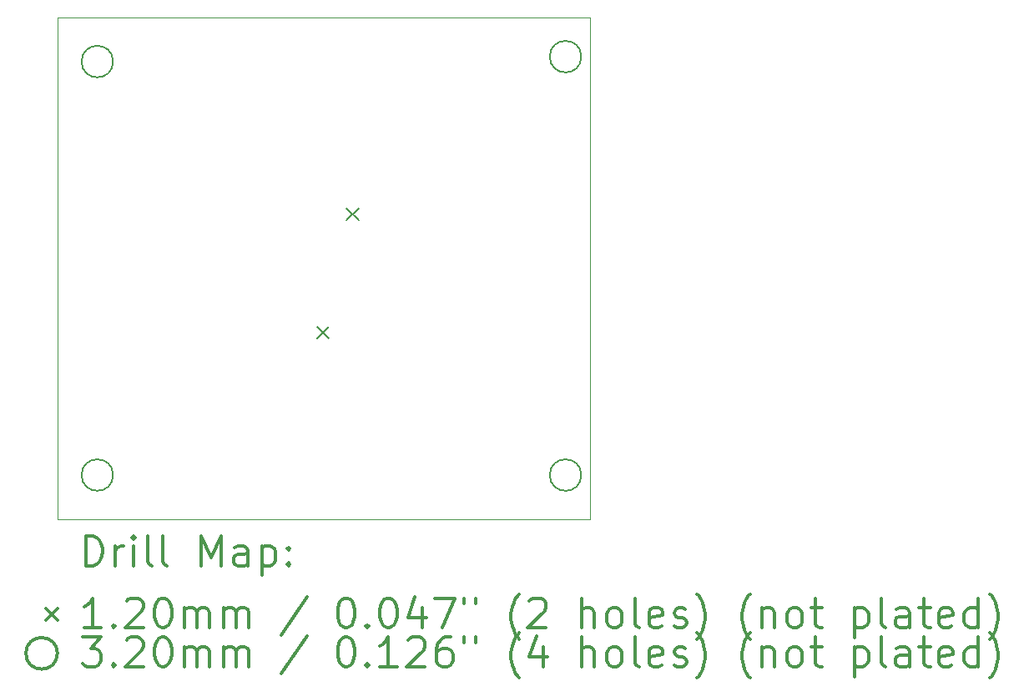
<source format=gbr>
%FSLAX45Y45*%
G04 Gerber Fmt 4.5, Leading zero omitted, Abs format (unit mm)*
G04 Created by KiCad (PCBNEW (5.1.0)-1) date 2021-10-29 22:54:59*
%MOMM*%
%LPD*%
G04 APERTURE LIST*
%ADD10C,0.100000*%
%ADD11C,0.200000*%
%ADD12C,0.300000*%
G04 APERTURE END LIST*
D10*
X11150000Y-9400000D02*
X11150000Y-14500000D01*
X5750000Y-9400000D02*
X11150000Y-9400000D01*
X5750000Y-14500000D02*
X5750000Y-9400000D01*
X11150000Y-14500000D02*
X5750000Y-14500000D01*
D11*
X8380000Y-12540000D02*
X8500000Y-12660000D01*
X8500000Y-12540000D02*
X8380000Y-12660000D01*
X8680000Y-11340000D02*
X8800000Y-11460000D01*
X8800000Y-11340000D02*
X8680000Y-11460000D01*
X6310000Y-14050000D02*
G75*
G03X6310000Y-14050000I-160000J0D01*
G01*
X6310000Y-9850000D02*
G75*
G03X6310000Y-9850000I-160000J0D01*
G01*
X11060000Y-9800000D02*
G75*
G03X11060000Y-9800000I-160000J0D01*
G01*
X11060000Y-14050000D02*
G75*
G03X11060000Y-14050000I-160000J0D01*
G01*
D12*
X6031428Y-14970714D02*
X6031428Y-14670714D01*
X6102857Y-14670714D01*
X6145714Y-14685000D01*
X6174286Y-14713571D01*
X6188571Y-14742143D01*
X6202857Y-14799286D01*
X6202857Y-14842143D01*
X6188571Y-14899286D01*
X6174286Y-14927857D01*
X6145714Y-14956429D01*
X6102857Y-14970714D01*
X6031428Y-14970714D01*
X6331428Y-14970714D02*
X6331428Y-14770714D01*
X6331428Y-14827857D02*
X6345714Y-14799286D01*
X6360000Y-14785000D01*
X6388571Y-14770714D01*
X6417143Y-14770714D01*
X6517143Y-14970714D02*
X6517143Y-14770714D01*
X6517143Y-14670714D02*
X6502857Y-14685000D01*
X6517143Y-14699286D01*
X6531428Y-14685000D01*
X6517143Y-14670714D01*
X6517143Y-14699286D01*
X6702857Y-14970714D02*
X6674286Y-14956429D01*
X6660000Y-14927857D01*
X6660000Y-14670714D01*
X6860000Y-14970714D02*
X6831428Y-14956429D01*
X6817143Y-14927857D01*
X6817143Y-14670714D01*
X7202857Y-14970714D02*
X7202857Y-14670714D01*
X7302857Y-14885000D01*
X7402857Y-14670714D01*
X7402857Y-14970714D01*
X7674286Y-14970714D02*
X7674286Y-14813571D01*
X7660000Y-14785000D01*
X7631428Y-14770714D01*
X7574286Y-14770714D01*
X7545714Y-14785000D01*
X7674286Y-14956429D02*
X7645714Y-14970714D01*
X7574286Y-14970714D01*
X7545714Y-14956429D01*
X7531428Y-14927857D01*
X7531428Y-14899286D01*
X7545714Y-14870714D01*
X7574286Y-14856429D01*
X7645714Y-14856429D01*
X7674286Y-14842143D01*
X7817143Y-14770714D02*
X7817143Y-15070714D01*
X7817143Y-14785000D02*
X7845714Y-14770714D01*
X7902857Y-14770714D01*
X7931428Y-14785000D01*
X7945714Y-14799286D01*
X7960000Y-14827857D01*
X7960000Y-14913571D01*
X7945714Y-14942143D01*
X7931428Y-14956429D01*
X7902857Y-14970714D01*
X7845714Y-14970714D01*
X7817143Y-14956429D01*
X8088571Y-14942143D02*
X8102857Y-14956429D01*
X8088571Y-14970714D01*
X8074286Y-14956429D01*
X8088571Y-14942143D01*
X8088571Y-14970714D01*
X8088571Y-14785000D02*
X8102857Y-14799286D01*
X8088571Y-14813571D01*
X8074286Y-14799286D01*
X8088571Y-14785000D01*
X8088571Y-14813571D01*
X5625000Y-15405000D02*
X5745000Y-15525000D01*
X5745000Y-15405000D02*
X5625000Y-15525000D01*
X6188571Y-15600714D02*
X6017143Y-15600714D01*
X6102857Y-15600714D02*
X6102857Y-15300714D01*
X6074286Y-15343571D01*
X6045714Y-15372143D01*
X6017143Y-15386429D01*
X6317143Y-15572143D02*
X6331428Y-15586429D01*
X6317143Y-15600714D01*
X6302857Y-15586429D01*
X6317143Y-15572143D01*
X6317143Y-15600714D01*
X6445714Y-15329286D02*
X6460000Y-15315000D01*
X6488571Y-15300714D01*
X6560000Y-15300714D01*
X6588571Y-15315000D01*
X6602857Y-15329286D01*
X6617143Y-15357857D01*
X6617143Y-15386429D01*
X6602857Y-15429286D01*
X6431428Y-15600714D01*
X6617143Y-15600714D01*
X6802857Y-15300714D02*
X6831428Y-15300714D01*
X6860000Y-15315000D01*
X6874286Y-15329286D01*
X6888571Y-15357857D01*
X6902857Y-15415000D01*
X6902857Y-15486429D01*
X6888571Y-15543571D01*
X6874286Y-15572143D01*
X6860000Y-15586429D01*
X6831428Y-15600714D01*
X6802857Y-15600714D01*
X6774286Y-15586429D01*
X6760000Y-15572143D01*
X6745714Y-15543571D01*
X6731428Y-15486429D01*
X6731428Y-15415000D01*
X6745714Y-15357857D01*
X6760000Y-15329286D01*
X6774286Y-15315000D01*
X6802857Y-15300714D01*
X7031428Y-15600714D02*
X7031428Y-15400714D01*
X7031428Y-15429286D02*
X7045714Y-15415000D01*
X7074286Y-15400714D01*
X7117143Y-15400714D01*
X7145714Y-15415000D01*
X7160000Y-15443571D01*
X7160000Y-15600714D01*
X7160000Y-15443571D02*
X7174286Y-15415000D01*
X7202857Y-15400714D01*
X7245714Y-15400714D01*
X7274286Y-15415000D01*
X7288571Y-15443571D01*
X7288571Y-15600714D01*
X7431428Y-15600714D02*
X7431428Y-15400714D01*
X7431428Y-15429286D02*
X7445714Y-15415000D01*
X7474286Y-15400714D01*
X7517143Y-15400714D01*
X7545714Y-15415000D01*
X7560000Y-15443571D01*
X7560000Y-15600714D01*
X7560000Y-15443571D02*
X7574286Y-15415000D01*
X7602857Y-15400714D01*
X7645714Y-15400714D01*
X7674286Y-15415000D01*
X7688571Y-15443571D01*
X7688571Y-15600714D01*
X8274286Y-15286429D02*
X8017143Y-15672143D01*
X8660000Y-15300714D02*
X8688571Y-15300714D01*
X8717143Y-15315000D01*
X8731428Y-15329286D01*
X8745714Y-15357857D01*
X8760000Y-15415000D01*
X8760000Y-15486429D01*
X8745714Y-15543571D01*
X8731428Y-15572143D01*
X8717143Y-15586429D01*
X8688571Y-15600714D01*
X8660000Y-15600714D01*
X8631428Y-15586429D01*
X8617143Y-15572143D01*
X8602857Y-15543571D01*
X8588571Y-15486429D01*
X8588571Y-15415000D01*
X8602857Y-15357857D01*
X8617143Y-15329286D01*
X8631428Y-15315000D01*
X8660000Y-15300714D01*
X8888571Y-15572143D02*
X8902857Y-15586429D01*
X8888571Y-15600714D01*
X8874286Y-15586429D01*
X8888571Y-15572143D01*
X8888571Y-15600714D01*
X9088571Y-15300714D02*
X9117143Y-15300714D01*
X9145714Y-15315000D01*
X9160000Y-15329286D01*
X9174286Y-15357857D01*
X9188571Y-15415000D01*
X9188571Y-15486429D01*
X9174286Y-15543571D01*
X9160000Y-15572143D01*
X9145714Y-15586429D01*
X9117143Y-15600714D01*
X9088571Y-15600714D01*
X9060000Y-15586429D01*
X9045714Y-15572143D01*
X9031428Y-15543571D01*
X9017143Y-15486429D01*
X9017143Y-15415000D01*
X9031428Y-15357857D01*
X9045714Y-15329286D01*
X9060000Y-15315000D01*
X9088571Y-15300714D01*
X9445714Y-15400714D02*
X9445714Y-15600714D01*
X9374286Y-15286429D02*
X9302857Y-15500714D01*
X9488571Y-15500714D01*
X9574286Y-15300714D02*
X9774286Y-15300714D01*
X9645714Y-15600714D01*
X9874286Y-15300714D02*
X9874286Y-15357857D01*
X9988571Y-15300714D02*
X9988571Y-15357857D01*
X10431428Y-15715000D02*
X10417143Y-15700714D01*
X10388571Y-15657857D01*
X10374286Y-15629286D01*
X10360000Y-15586429D01*
X10345714Y-15515000D01*
X10345714Y-15457857D01*
X10360000Y-15386429D01*
X10374286Y-15343571D01*
X10388571Y-15315000D01*
X10417143Y-15272143D01*
X10431428Y-15257857D01*
X10531428Y-15329286D02*
X10545714Y-15315000D01*
X10574286Y-15300714D01*
X10645714Y-15300714D01*
X10674286Y-15315000D01*
X10688571Y-15329286D01*
X10702857Y-15357857D01*
X10702857Y-15386429D01*
X10688571Y-15429286D01*
X10517143Y-15600714D01*
X10702857Y-15600714D01*
X11060000Y-15600714D02*
X11060000Y-15300714D01*
X11188571Y-15600714D02*
X11188571Y-15443571D01*
X11174286Y-15415000D01*
X11145714Y-15400714D01*
X11102857Y-15400714D01*
X11074286Y-15415000D01*
X11060000Y-15429286D01*
X11374286Y-15600714D02*
X11345714Y-15586429D01*
X11331428Y-15572143D01*
X11317143Y-15543571D01*
X11317143Y-15457857D01*
X11331428Y-15429286D01*
X11345714Y-15415000D01*
X11374286Y-15400714D01*
X11417143Y-15400714D01*
X11445714Y-15415000D01*
X11460000Y-15429286D01*
X11474286Y-15457857D01*
X11474286Y-15543571D01*
X11460000Y-15572143D01*
X11445714Y-15586429D01*
X11417143Y-15600714D01*
X11374286Y-15600714D01*
X11645714Y-15600714D02*
X11617143Y-15586429D01*
X11602857Y-15557857D01*
X11602857Y-15300714D01*
X11874286Y-15586429D02*
X11845714Y-15600714D01*
X11788571Y-15600714D01*
X11760000Y-15586429D01*
X11745714Y-15557857D01*
X11745714Y-15443571D01*
X11760000Y-15415000D01*
X11788571Y-15400714D01*
X11845714Y-15400714D01*
X11874286Y-15415000D01*
X11888571Y-15443571D01*
X11888571Y-15472143D01*
X11745714Y-15500714D01*
X12002857Y-15586429D02*
X12031428Y-15600714D01*
X12088571Y-15600714D01*
X12117143Y-15586429D01*
X12131428Y-15557857D01*
X12131428Y-15543571D01*
X12117143Y-15515000D01*
X12088571Y-15500714D01*
X12045714Y-15500714D01*
X12017143Y-15486429D01*
X12002857Y-15457857D01*
X12002857Y-15443571D01*
X12017143Y-15415000D01*
X12045714Y-15400714D01*
X12088571Y-15400714D01*
X12117143Y-15415000D01*
X12231428Y-15715000D02*
X12245714Y-15700714D01*
X12274286Y-15657857D01*
X12288571Y-15629286D01*
X12302857Y-15586429D01*
X12317143Y-15515000D01*
X12317143Y-15457857D01*
X12302857Y-15386429D01*
X12288571Y-15343571D01*
X12274286Y-15315000D01*
X12245714Y-15272143D01*
X12231428Y-15257857D01*
X12774286Y-15715000D02*
X12760000Y-15700714D01*
X12731428Y-15657857D01*
X12717143Y-15629286D01*
X12702857Y-15586429D01*
X12688571Y-15515000D01*
X12688571Y-15457857D01*
X12702857Y-15386429D01*
X12717143Y-15343571D01*
X12731428Y-15315000D01*
X12760000Y-15272143D01*
X12774286Y-15257857D01*
X12888571Y-15400714D02*
X12888571Y-15600714D01*
X12888571Y-15429286D02*
X12902857Y-15415000D01*
X12931428Y-15400714D01*
X12974286Y-15400714D01*
X13002857Y-15415000D01*
X13017143Y-15443571D01*
X13017143Y-15600714D01*
X13202857Y-15600714D02*
X13174286Y-15586429D01*
X13160000Y-15572143D01*
X13145714Y-15543571D01*
X13145714Y-15457857D01*
X13160000Y-15429286D01*
X13174286Y-15415000D01*
X13202857Y-15400714D01*
X13245714Y-15400714D01*
X13274286Y-15415000D01*
X13288571Y-15429286D01*
X13302857Y-15457857D01*
X13302857Y-15543571D01*
X13288571Y-15572143D01*
X13274286Y-15586429D01*
X13245714Y-15600714D01*
X13202857Y-15600714D01*
X13388571Y-15400714D02*
X13502857Y-15400714D01*
X13431428Y-15300714D02*
X13431428Y-15557857D01*
X13445714Y-15586429D01*
X13474286Y-15600714D01*
X13502857Y-15600714D01*
X13831428Y-15400714D02*
X13831428Y-15700714D01*
X13831428Y-15415000D02*
X13860000Y-15400714D01*
X13917143Y-15400714D01*
X13945714Y-15415000D01*
X13960000Y-15429286D01*
X13974286Y-15457857D01*
X13974286Y-15543571D01*
X13960000Y-15572143D01*
X13945714Y-15586429D01*
X13917143Y-15600714D01*
X13860000Y-15600714D01*
X13831428Y-15586429D01*
X14145714Y-15600714D02*
X14117143Y-15586429D01*
X14102857Y-15557857D01*
X14102857Y-15300714D01*
X14388571Y-15600714D02*
X14388571Y-15443571D01*
X14374286Y-15415000D01*
X14345714Y-15400714D01*
X14288571Y-15400714D01*
X14260000Y-15415000D01*
X14388571Y-15586429D02*
X14360000Y-15600714D01*
X14288571Y-15600714D01*
X14260000Y-15586429D01*
X14245714Y-15557857D01*
X14245714Y-15529286D01*
X14260000Y-15500714D01*
X14288571Y-15486429D01*
X14360000Y-15486429D01*
X14388571Y-15472143D01*
X14488571Y-15400714D02*
X14602857Y-15400714D01*
X14531428Y-15300714D02*
X14531428Y-15557857D01*
X14545714Y-15586429D01*
X14574286Y-15600714D01*
X14602857Y-15600714D01*
X14817143Y-15586429D02*
X14788571Y-15600714D01*
X14731428Y-15600714D01*
X14702857Y-15586429D01*
X14688571Y-15557857D01*
X14688571Y-15443571D01*
X14702857Y-15415000D01*
X14731428Y-15400714D01*
X14788571Y-15400714D01*
X14817143Y-15415000D01*
X14831428Y-15443571D01*
X14831428Y-15472143D01*
X14688571Y-15500714D01*
X15088571Y-15600714D02*
X15088571Y-15300714D01*
X15088571Y-15586429D02*
X15060000Y-15600714D01*
X15002857Y-15600714D01*
X14974286Y-15586429D01*
X14960000Y-15572143D01*
X14945714Y-15543571D01*
X14945714Y-15457857D01*
X14960000Y-15429286D01*
X14974286Y-15415000D01*
X15002857Y-15400714D01*
X15060000Y-15400714D01*
X15088571Y-15415000D01*
X15202857Y-15715000D02*
X15217143Y-15700714D01*
X15245714Y-15657857D01*
X15260000Y-15629286D01*
X15274286Y-15586429D01*
X15288571Y-15515000D01*
X15288571Y-15457857D01*
X15274286Y-15386429D01*
X15260000Y-15343571D01*
X15245714Y-15315000D01*
X15217143Y-15272143D01*
X15202857Y-15257857D01*
X5745000Y-15861000D02*
G75*
G03X5745000Y-15861000I-160000J0D01*
G01*
X6002857Y-15696714D02*
X6188571Y-15696714D01*
X6088571Y-15811000D01*
X6131428Y-15811000D01*
X6160000Y-15825286D01*
X6174286Y-15839571D01*
X6188571Y-15868143D01*
X6188571Y-15939571D01*
X6174286Y-15968143D01*
X6160000Y-15982429D01*
X6131428Y-15996714D01*
X6045714Y-15996714D01*
X6017143Y-15982429D01*
X6002857Y-15968143D01*
X6317143Y-15968143D02*
X6331428Y-15982429D01*
X6317143Y-15996714D01*
X6302857Y-15982429D01*
X6317143Y-15968143D01*
X6317143Y-15996714D01*
X6445714Y-15725286D02*
X6460000Y-15711000D01*
X6488571Y-15696714D01*
X6560000Y-15696714D01*
X6588571Y-15711000D01*
X6602857Y-15725286D01*
X6617143Y-15753857D01*
X6617143Y-15782429D01*
X6602857Y-15825286D01*
X6431428Y-15996714D01*
X6617143Y-15996714D01*
X6802857Y-15696714D02*
X6831428Y-15696714D01*
X6860000Y-15711000D01*
X6874286Y-15725286D01*
X6888571Y-15753857D01*
X6902857Y-15811000D01*
X6902857Y-15882429D01*
X6888571Y-15939571D01*
X6874286Y-15968143D01*
X6860000Y-15982429D01*
X6831428Y-15996714D01*
X6802857Y-15996714D01*
X6774286Y-15982429D01*
X6760000Y-15968143D01*
X6745714Y-15939571D01*
X6731428Y-15882429D01*
X6731428Y-15811000D01*
X6745714Y-15753857D01*
X6760000Y-15725286D01*
X6774286Y-15711000D01*
X6802857Y-15696714D01*
X7031428Y-15996714D02*
X7031428Y-15796714D01*
X7031428Y-15825286D02*
X7045714Y-15811000D01*
X7074286Y-15796714D01*
X7117143Y-15796714D01*
X7145714Y-15811000D01*
X7160000Y-15839571D01*
X7160000Y-15996714D01*
X7160000Y-15839571D02*
X7174286Y-15811000D01*
X7202857Y-15796714D01*
X7245714Y-15796714D01*
X7274286Y-15811000D01*
X7288571Y-15839571D01*
X7288571Y-15996714D01*
X7431428Y-15996714D02*
X7431428Y-15796714D01*
X7431428Y-15825286D02*
X7445714Y-15811000D01*
X7474286Y-15796714D01*
X7517143Y-15796714D01*
X7545714Y-15811000D01*
X7560000Y-15839571D01*
X7560000Y-15996714D01*
X7560000Y-15839571D02*
X7574286Y-15811000D01*
X7602857Y-15796714D01*
X7645714Y-15796714D01*
X7674286Y-15811000D01*
X7688571Y-15839571D01*
X7688571Y-15996714D01*
X8274286Y-15682429D02*
X8017143Y-16068143D01*
X8660000Y-15696714D02*
X8688571Y-15696714D01*
X8717143Y-15711000D01*
X8731428Y-15725286D01*
X8745714Y-15753857D01*
X8760000Y-15811000D01*
X8760000Y-15882429D01*
X8745714Y-15939571D01*
X8731428Y-15968143D01*
X8717143Y-15982429D01*
X8688571Y-15996714D01*
X8660000Y-15996714D01*
X8631428Y-15982429D01*
X8617143Y-15968143D01*
X8602857Y-15939571D01*
X8588571Y-15882429D01*
X8588571Y-15811000D01*
X8602857Y-15753857D01*
X8617143Y-15725286D01*
X8631428Y-15711000D01*
X8660000Y-15696714D01*
X8888571Y-15968143D02*
X8902857Y-15982429D01*
X8888571Y-15996714D01*
X8874286Y-15982429D01*
X8888571Y-15968143D01*
X8888571Y-15996714D01*
X9188571Y-15996714D02*
X9017143Y-15996714D01*
X9102857Y-15996714D02*
X9102857Y-15696714D01*
X9074286Y-15739571D01*
X9045714Y-15768143D01*
X9017143Y-15782429D01*
X9302857Y-15725286D02*
X9317143Y-15711000D01*
X9345714Y-15696714D01*
X9417143Y-15696714D01*
X9445714Y-15711000D01*
X9460000Y-15725286D01*
X9474286Y-15753857D01*
X9474286Y-15782429D01*
X9460000Y-15825286D01*
X9288571Y-15996714D01*
X9474286Y-15996714D01*
X9731428Y-15696714D02*
X9674286Y-15696714D01*
X9645714Y-15711000D01*
X9631428Y-15725286D01*
X9602857Y-15768143D01*
X9588571Y-15825286D01*
X9588571Y-15939571D01*
X9602857Y-15968143D01*
X9617143Y-15982429D01*
X9645714Y-15996714D01*
X9702857Y-15996714D01*
X9731428Y-15982429D01*
X9745714Y-15968143D01*
X9760000Y-15939571D01*
X9760000Y-15868143D01*
X9745714Y-15839571D01*
X9731428Y-15825286D01*
X9702857Y-15811000D01*
X9645714Y-15811000D01*
X9617143Y-15825286D01*
X9602857Y-15839571D01*
X9588571Y-15868143D01*
X9874286Y-15696714D02*
X9874286Y-15753857D01*
X9988571Y-15696714D02*
X9988571Y-15753857D01*
X10431428Y-16111000D02*
X10417143Y-16096714D01*
X10388571Y-16053857D01*
X10374286Y-16025286D01*
X10360000Y-15982429D01*
X10345714Y-15911000D01*
X10345714Y-15853857D01*
X10360000Y-15782429D01*
X10374286Y-15739571D01*
X10388571Y-15711000D01*
X10417143Y-15668143D01*
X10431428Y-15653857D01*
X10674286Y-15796714D02*
X10674286Y-15996714D01*
X10602857Y-15682429D02*
X10531428Y-15896714D01*
X10717143Y-15896714D01*
X11060000Y-15996714D02*
X11060000Y-15696714D01*
X11188571Y-15996714D02*
X11188571Y-15839571D01*
X11174286Y-15811000D01*
X11145714Y-15796714D01*
X11102857Y-15796714D01*
X11074286Y-15811000D01*
X11060000Y-15825286D01*
X11374286Y-15996714D02*
X11345714Y-15982429D01*
X11331428Y-15968143D01*
X11317143Y-15939571D01*
X11317143Y-15853857D01*
X11331428Y-15825286D01*
X11345714Y-15811000D01*
X11374286Y-15796714D01*
X11417143Y-15796714D01*
X11445714Y-15811000D01*
X11460000Y-15825286D01*
X11474286Y-15853857D01*
X11474286Y-15939571D01*
X11460000Y-15968143D01*
X11445714Y-15982429D01*
X11417143Y-15996714D01*
X11374286Y-15996714D01*
X11645714Y-15996714D02*
X11617143Y-15982429D01*
X11602857Y-15953857D01*
X11602857Y-15696714D01*
X11874286Y-15982429D02*
X11845714Y-15996714D01*
X11788571Y-15996714D01*
X11760000Y-15982429D01*
X11745714Y-15953857D01*
X11745714Y-15839571D01*
X11760000Y-15811000D01*
X11788571Y-15796714D01*
X11845714Y-15796714D01*
X11874286Y-15811000D01*
X11888571Y-15839571D01*
X11888571Y-15868143D01*
X11745714Y-15896714D01*
X12002857Y-15982429D02*
X12031428Y-15996714D01*
X12088571Y-15996714D01*
X12117143Y-15982429D01*
X12131428Y-15953857D01*
X12131428Y-15939571D01*
X12117143Y-15911000D01*
X12088571Y-15896714D01*
X12045714Y-15896714D01*
X12017143Y-15882429D01*
X12002857Y-15853857D01*
X12002857Y-15839571D01*
X12017143Y-15811000D01*
X12045714Y-15796714D01*
X12088571Y-15796714D01*
X12117143Y-15811000D01*
X12231428Y-16111000D02*
X12245714Y-16096714D01*
X12274286Y-16053857D01*
X12288571Y-16025286D01*
X12302857Y-15982429D01*
X12317143Y-15911000D01*
X12317143Y-15853857D01*
X12302857Y-15782429D01*
X12288571Y-15739571D01*
X12274286Y-15711000D01*
X12245714Y-15668143D01*
X12231428Y-15653857D01*
X12774286Y-16111000D02*
X12760000Y-16096714D01*
X12731428Y-16053857D01*
X12717143Y-16025286D01*
X12702857Y-15982429D01*
X12688571Y-15911000D01*
X12688571Y-15853857D01*
X12702857Y-15782429D01*
X12717143Y-15739571D01*
X12731428Y-15711000D01*
X12760000Y-15668143D01*
X12774286Y-15653857D01*
X12888571Y-15796714D02*
X12888571Y-15996714D01*
X12888571Y-15825286D02*
X12902857Y-15811000D01*
X12931428Y-15796714D01*
X12974286Y-15796714D01*
X13002857Y-15811000D01*
X13017143Y-15839571D01*
X13017143Y-15996714D01*
X13202857Y-15996714D02*
X13174286Y-15982429D01*
X13160000Y-15968143D01*
X13145714Y-15939571D01*
X13145714Y-15853857D01*
X13160000Y-15825286D01*
X13174286Y-15811000D01*
X13202857Y-15796714D01*
X13245714Y-15796714D01*
X13274286Y-15811000D01*
X13288571Y-15825286D01*
X13302857Y-15853857D01*
X13302857Y-15939571D01*
X13288571Y-15968143D01*
X13274286Y-15982429D01*
X13245714Y-15996714D01*
X13202857Y-15996714D01*
X13388571Y-15796714D02*
X13502857Y-15796714D01*
X13431428Y-15696714D02*
X13431428Y-15953857D01*
X13445714Y-15982429D01*
X13474286Y-15996714D01*
X13502857Y-15996714D01*
X13831428Y-15796714D02*
X13831428Y-16096714D01*
X13831428Y-15811000D02*
X13860000Y-15796714D01*
X13917143Y-15796714D01*
X13945714Y-15811000D01*
X13960000Y-15825286D01*
X13974286Y-15853857D01*
X13974286Y-15939571D01*
X13960000Y-15968143D01*
X13945714Y-15982429D01*
X13917143Y-15996714D01*
X13860000Y-15996714D01*
X13831428Y-15982429D01*
X14145714Y-15996714D02*
X14117143Y-15982429D01*
X14102857Y-15953857D01*
X14102857Y-15696714D01*
X14388571Y-15996714D02*
X14388571Y-15839571D01*
X14374286Y-15811000D01*
X14345714Y-15796714D01*
X14288571Y-15796714D01*
X14260000Y-15811000D01*
X14388571Y-15982429D02*
X14360000Y-15996714D01*
X14288571Y-15996714D01*
X14260000Y-15982429D01*
X14245714Y-15953857D01*
X14245714Y-15925286D01*
X14260000Y-15896714D01*
X14288571Y-15882429D01*
X14360000Y-15882429D01*
X14388571Y-15868143D01*
X14488571Y-15796714D02*
X14602857Y-15796714D01*
X14531428Y-15696714D02*
X14531428Y-15953857D01*
X14545714Y-15982429D01*
X14574286Y-15996714D01*
X14602857Y-15996714D01*
X14817143Y-15982429D02*
X14788571Y-15996714D01*
X14731428Y-15996714D01*
X14702857Y-15982429D01*
X14688571Y-15953857D01*
X14688571Y-15839571D01*
X14702857Y-15811000D01*
X14731428Y-15796714D01*
X14788571Y-15796714D01*
X14817143Y-15811000D01*
X14831428Y-15839571D01*
X14831428Y-15868143D01*
X14688571Y-15896714D01*
X15088571Y-15996714D02*
X15088571Y-15696714D01*
X15088571Y-15982429D02*
X15060000Y-15996714D01*
X15002857Y-15996714D01*
X14974286Y-15982429D01*
X14960000Y-15968143D01*
X14945714Y-15939571D01*
X14945714Y-15853857D01*
X14960000Y-15825286D01*
X14974286Y-15811000D01*
X15002857Y-15796714D01*
X15060000Y-15796714D01*
X15088571Y-15811000D01*
X15202857Y-16111000D02*
X15217143Y-16096714D01*
X15245714Y-16053857D01*
X15260000Y-16025286D01*
X15274286Y-15982429D01*
X15288571Y-15911000D01*
X15288571Y-15853857D01*
X15274286Y-15782429D01*
X15260000Y-15739571D01*
X15245714Y-15711000D01*
X15217143Y-15668143D01*
X15202857Y-15653857D01*
M02*

</source>
